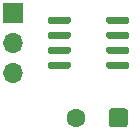
<source format=gbr>
%TF.GenerationSoftware,KiCad,Pcbnew,5.1.11-e4df9d881f~92~ubuntu21.04.1*%
%TF.CreationDate,2021-10-31T17:42:42-07:00*%
%TF.ProjectId,attiny402_rgb-pendant,61747469-6e79-4343-9032-5f7267622d70,1.0*%
%TF.SameCoordinates,Original*%
%TF.FileFunction,Soldermask,Bot*%
%TF.FilePolarity,Negative*%
%FSLAX46Y46*%
G04 Gerber Fmt 4.6, Leading zero omitted, Abs format (unit mm)*
G04 Created by KiCad (PCBNEW 5.1.11-e4df9d881f~92~ubuntu21.04.1) date 2021-10-31 17:42:42*
%MOMM*%
%LPD*%
G01*
G04 APERTURE LIST*
%ADD10O,1.700000X1.700000*%
%ADD11R,1.700000X1.700000*%
%ADD12C,1.600000*%
G04 APERTURE END LIST*
%TO.C,U1*%
G36*
G01*
X147090000Y-90655000D02*
X147090000Y-90955000D01*
G75*
G02*
X146940000Y-91105000I-150000J0D01*
G01*
X145290000Y-91105000D01*
G75*
G02*
X145140000Y-90955000I0J150000D01*
G01*
X145140000Y-90655000D01*
G75*
G02*
X145290000Y-90505000I150000J0D01*
G01*
X146940000Y-90505000D01*
G75*
G02*
X147090000Y-90655000I0J-150000D01*
G01*
G37*
G36*
G01*
X147090000Y-91925000D02*
X147090000Y-92225000D01*
G75*
G02*
X146940000Y-92375000I-150000J0D01*
G01*
X145290000Y-92375000D01*
G75*
G02*
X145140000Y-92225000I0J150000D01*
G01*
X145140000Y-91925000D01*
G75*
G02*
X145290000Y-91775000I150000J0D01*
G01*
X146940000Y-91775000D01*
G75*
G02*
X147090000Y-91925000I0J-150000D01*
G01*
G37*
G36*
G01*
X147090000Y-93195000D02*
X147090000Y-93495000D01*
G75*
G02*
X146940000Y-93645000I-150000J0D01*
G01*
X145290000Y-93645000D01*
G75*
G02*
X145140000Y-93495000I0J150000D01*
G01*
X145140000Y-93195000D01*
G75*
G02*
X145290000Y-93045000I150000J0D01*
G01*
X146940000Y-93045000D01*
G75*
G02*
X147090000Y-93195000I0J-150000D01*
G01*
G37*
G36*
G01*
X147090000Y-94465000D02*
X147090000Y-94765000D01*
G75*
G02*
X146940000Y-94915000I-150000J0D01*
G01*
X145290000Y-94915000D01*
G75*
G02*
X145140000Y-94765000I0J150000D01*
G01*
X145140000Y-94465000D01*
G75*
G02*
X145290000Y-94315000I150000J0D01*
G01*
X146940000Y-94315000D01*
G75*
G02*
X147090000Y-94465000I0J-150000D01*
G01*
G37*
G36*
G01*
X152040000Y-94465000D02*
X152040000Y-94765000D01*
G75*
G02*
X151890000Y-94915000I-150000J0D01*
G01*
X150240000Y-94915000D01*
G75*
G02*
X150090000Y-94765000I0J150000D01*
G01*
X150090000Y-94465000D01*
G75*
G02*
X150240000Y-94315000I150000J0D01*
G01*
X151890000Y-94315000D01*
G75*
G02*
X152040000Y-94465000I0J-150000D01*
G01*
G37*
G36*
G01*
X152040000Y-93195000D02*
X152040000Y-93495000D01*
G75*
G02*
X151890000Y-93645000I-150000J0D01*
G01*
X150240000Y-93645000D01*
G75*
G02*
X150090000Y-93495000I0J150000D01*
G01*
X150090000Y-93195000D01*
G75*
G02*
X150240000Y-93045000I150000J0D01*
G01*
X151890000Y-93045000D01*
G75*
G02*
X152040000Y-93195000I0J-150000D01*
G01*
G37*
G36*
G01*
X152040000Y-91925000D02*
X152040000Y-92225000D01*
G75*
G02*
X151890000Y-92375000I-150000J0D01*
G01*
X150240000Y-92375000D01*
G75*
G02*
X150090000Y-92225000I0J150000D01*
G01*
X150090000Y-91925000D01*
G75*
G02*
X150240000Y-91775000I150000J0D01*
G01*
X151890000Y-91775000D01*
G75*
G02*
X152040000Y-91925000I0J-150000D01*
G01*
G37*
G36*
G01*
X152040000Y-90655000D02*
X152040000Y-90955000D01*
G75*
G02*
X151890000Y-91105000I-150000J0D01*
G01*
X150240000Y-91105000D01*
G75*
G02*
X150090000Y-90955000I0J150000D01*
G01*
X150090000Y-90655000D01*
G75*
G02*
X150240000Y-90505000I150000J0D01*
G01*
X151890000Y-90505000D01*
G75*
G02*
X152040000Y-90655000I0J-150000D01*
G01*
G37*
%TD*%
D10*
%TO.C,J1*%
X142240000Y-95250000D03*
X142240000Y-92710000D03*
D11*
X142240000Y-90170000D03*
%TD*%
D12*
%TO.C,BT1*%
X147530000Y-99060000D03*
G36*
G01*
X151930000Y-98510000D02*
X151930000Y-99610000D01*
G75*
G02*
X151680000Y-99860000I-250000J0D01*
G01*
X150580000Y-99860000D01*
G75*
G02*
X150330000Y-99610000I0J250000D01*
G01*
X150330000Y-98510000D01*
G75*
G02*
X150580000Y-98260000I250000J0D01*
G01*
X151680000Y-98260000D01*
G75*
G02*
X151930000Y-98510000I0J-250000D01*
G01*
G37*
%TD*%
M02*

</source>
